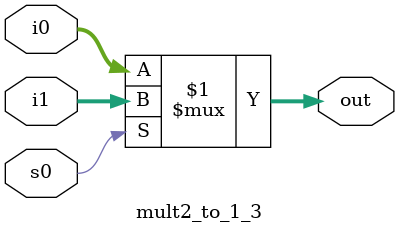
<source format=v>
module mult2_to_1_3(out, i0,i1,s0);
output [2:0] out;
input [2:0]i0,i1;
input s0;
assign out = s0 ? i1:i0;
endmodule

</source>
